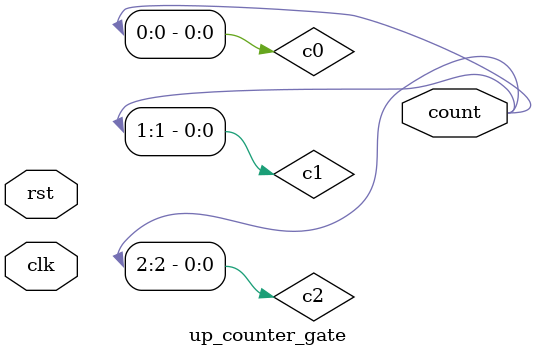
<source format=v>
module up_counter_gate(count,clk,rst);
input clk,rst;
output [2:0] count;

//d2= c2~c1 | c2~c0 | ~c2c1c0 = n1 |n2 | n3
//d1= ~c1c0 | c1~c0 = c1^c0
//d0= ~c0

not (c2_bar,c2);
not (c1_bar,c1);
not (c0_bar,c0);

and (n1,c2,c1_bar);
and (n2,c2,c0_bar);
and (n3,c2_bar,c1,c0);
or  (d2,n1,n2,n4);
xor (d1,c1,c0);
buf (d0,c0_bar);

assign count = {c2,c1,c0}; 
endmodule 

</source>
